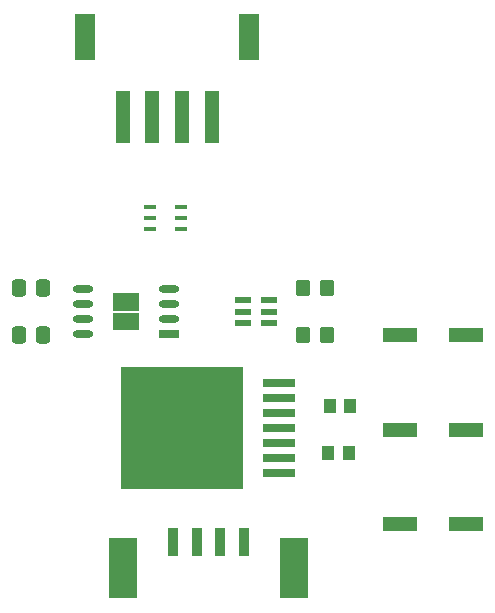
<source format=gbr>
%TF.GenerationSoftware,KiCad,Pcbnew,8.0.6*%
%TF.CreationDate,2025-02-22T22:44:17-05:00*%
%TF.ProjectId,Electrical schematic,456c6563-7472-4696-9361-6c2073636865,rev?*%
%TF.SameCoordinates,Original*%
%TF.FileFunction,Paste,Top*%
%TF.FilePolarity,Positive*%
%FSLAX46Y46*%
G04 Gerber Fmt 4.6, Leading zero omitted, Abs format (unit mm)*
G04 Created by KiCad (PCBNEW 8.0.6) date 2025-02-22 22:44:17*
%MOMM*%
%LPD*%
G01*
G04 APERTURE LIST*
G04 Aperture macros list*
%AMRoundRect*
0 Rectangle with rounded corners*
0 $1 Rounding radius*
0 $2 $3 $4 $5 $6 $7 $8 $9 X,Y pos of 4 corners*
0 Add a 4 corners polygon primitive as box body*
4,1,4,$2,$3,$4,$5,$6,$7,$8,$9,$2,$3,0*
0 Add four circle primitives for the rounded corners*
1,1,$1+$1,$2,$3*
1,1,$1+$1,$4,$5*
1,1,$1+$1,$6,$7*
1,1,$1+$1,$8,$9*
0 Add four rect primitives between the rounded corners*
20,1,$1+$1,$2,$3,$4,$5,0*
20,1,$1+$1,$4,$5,$6,$7,0*
20,1,$1+$1,$6,$7,$8,$9,0*
20,1,$1+$1,$8,$9,$2,$3,0*%
G04 Aperture macros list end*
%ADD10C,0.000000*%
%ADD11R,1.005599X1.199998*%
%ADD12R,2.997200X1.219200*%
%ADD13R,1.752600X0.660400*%
%ADD14O,1.752600X0.660400*%
%ADD15RoundRect,0.250000X-0.350000X-0.450000X0.350000X-0.450000X0.350000X0.450000X-0.350000X0.450000X0*%
%ADD16R,1.003300X0.457200*%
%ADD17R,0.889000X2.489200*%
%ADD18R,2.489200X5.156200*%
%ADD19R,1.295400X4.495800*%
%ADD20R,1.803400X3.911600*%
%ADD21RoundRect,0.250000X0.337500X0.475000X-0.337500X0.475000X-0.337500X-0.475000X0.337500X-0.475000X0*%
%ADD22R,1.473200X0.558800*%
%ADD23R,2.667000X0.787400*%
%ADD24R,10.414000X10.414000*%
G04 APERTURE END LIST*
D10*
%TO.C,U2*%
G36*
X133106500Y-77900000D02*
G01*
X130893500Y-77900000D01*
X130893500Y-76449000D01*
X133106500Y-76449000D01*
X133106500Y-77900000D01*
G37*
G36*
X133106500Y-79551000D02*
G01*
X130893500Y-79551000D01*
X130893500Y-78100000D01*
X133106500Y-78100000D01*
X133106500Y-79551000D01*
G37*
%TD*%
D11*
%TO.C,R1*%
X149147201Y-90000000D03*
X150852799Y-90000000D03*
%TD*%
D12*
%TO.C,C3*%
X155244100Y-96000000D03*
X160755900Y-96000000D03*
%TD*%
D13*
%TO.C,U2*%
X135674999Y-79905000D03*
D14*
X135674999Y-78635000D03*
X135674999Y-77365000D03*
X135674999Y-76095000D03*
X128325001Y-76095000D03*
X128325001Y-77365000D03*
X128325001Y-78635000D03*
X128325001Y-79905000D03*
%TD*%
D15*
%TO.C,R4*%
X147000000Y-76000000D03*
X149000000Y-76000000D03*
%TD*%
D12*
%TO.C,C2*%
X155244100Y-88000000D03*
X160755900Y-88000000D03*
%TD*%
D11*
%TO.C,R2*%
X149294402Y-86000000D03*
X151000000Y-86000000D03*
%TD*%
D16*
%TO.C,U4*%
X134000000Y-69099998D03*
X134000000Y-70049999D03*
X134000000Y-71000000D03*
X136705100Y-71000000D03*
X136705100Y-70049999D03*
X136705100Y-69099998D03*
%TD*%
D17*
%TO.C,U5*%
X136000000Y-97500000D03*
X137999999Y-97500000D03*
X140000000Y-97500000D03*
X141999998Y-97500000D03*
D18*
X131750001Y-99693392D03*
X146249997Y-99693392D03*
%TD*%
D19*
%TO.C,J1*%
X139250000Y-61549501D03*
X136750000Y-61549501D03*
X134250000Y-61549501D03*
X131750000Y-61549501D03*
D20*
X128550001Y-54759501D03*
X142449999Y-54759501D03*
%TD*%
D12*
%TO.C,C1*%
X155244100Y-80000000D03*
X160755900Y-80000000D03*
%TD*%
D21*
%TO.C,C11*%
X125000000Y-76000000D03*
X122925000Y-76000000D03*
%TD*%
D22*
%TO.C,U3*%
X144117600Y-78950001D03*
X144117600Y-78000000D03*
X144117600Y-77049999D03*
X141882400Y-77049999D03*
X141882400Y-78000000D03*
X141882400Y-78950001D03*
%TD*%
D21*
%TO.C,C10*%
X125000000Y-80000000D03*
X122925000Y-80000000D03*
%TD*%
D15*
%TO.C,R3*%
X147000000Y-80000000D03*
X149000000Y-80000000D03*
%TD*%
D23*
%TO.C,U1*%
X145000000Y-91620000D03*
X145000000Y-90350000D03*
X145000000Y-89080000D03*
X145000000Y-87810000D03*
X145000000Y-86540000D03*
X145000000Y-85270000D03*
X145000000Y-84000000D03*
D24*
X136757700Y-87810000D03*
%TD*%
M02*

</source>
